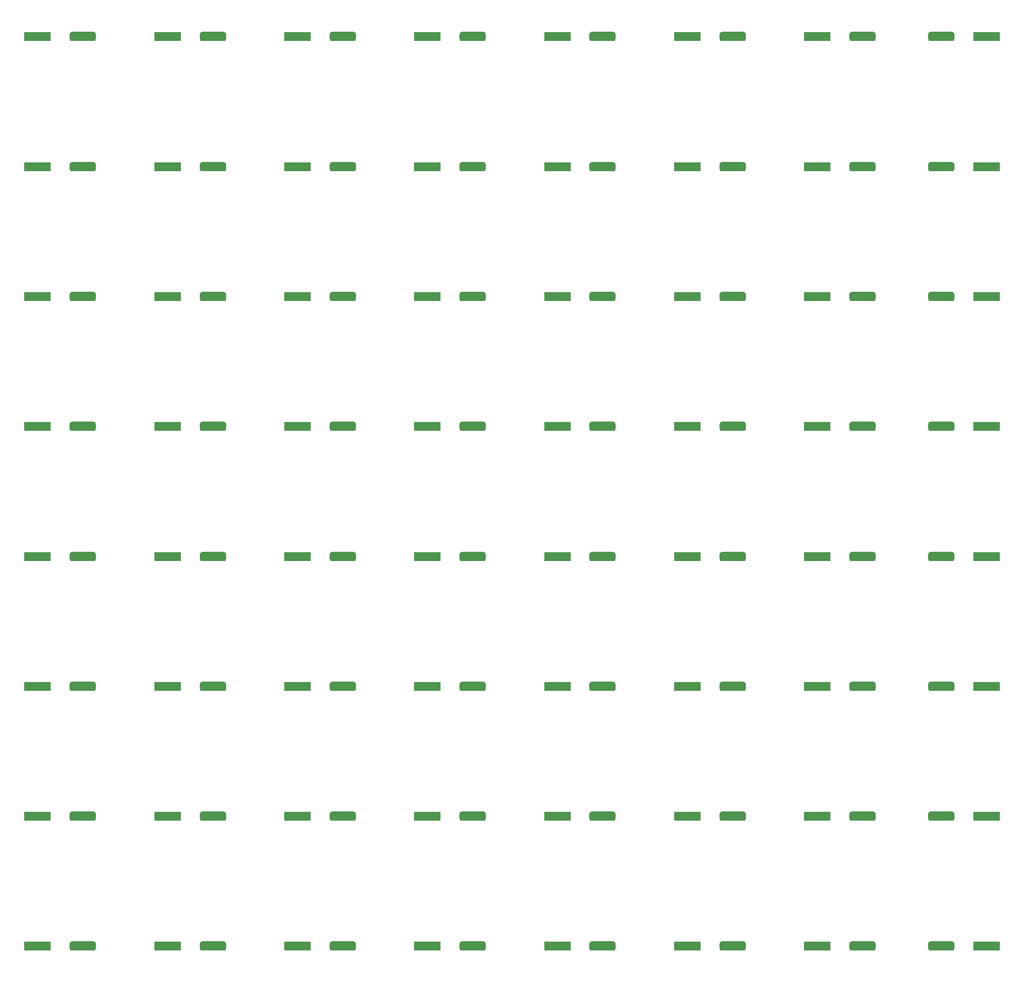
<source format=gtp>
%FSAX24Y24*%
%MOIN*%
G70*
G01*
G75*
G04 Layer_Color=8421504*
%ADD10R,0.2000X0.0700*%
G04:AMPARAMS|DCode=11|XSize=200mil|YSize=70mil|CornerRadius=17.5mil|HoleSize=0mil|Usage=FLASHONLY|Rotation=0.000|XOffset=0mil|YOffset=0mil|HoleType=Round|Shape=RoundedRectangle|*
%AMROUNDEDRECTD11*
21,1,0.2000,0.0350,0,0,0.0*
21,1,0.1650,0.0700,0,0,0.0*
1,1,0.0350,0.0825,-0.0175*
1,1,0.0350,-0.0825,-0.0175*
1,1,0.0350,-0.0825,0.0175*
1,1,0.0350,0.0825,0.0175*
%
%ADD11ROUNDEDRECTD11*%
%ADD12C,0.0500*%
%ADD13C,0.0300*%
%ADD14C,0.0200*%
%ADD15C,0.0650*%
%ADD16C,0.0551*%
%ADD17C,0.0600*%
%ADD18R,0.0600X0.0600*%
%ADD19C,0.0591*%
%ADD20R,0.0591X0.0591*%
%ADD21R,0.0600X0.0600*%
%ADD22O,0.0787X0.0394*%
%ADD23O,0.0787X0.0394*%
%ADD24R,0.0591X0.0591*%
%ADD25C,0.0500*%
%ADD26O,0.0800X0.0400*%
%ADD27R,0.0800X0.0400*%
%ADD28R,0.0532X0.0532*%
%ADD29C,0.0532*%
%ADD30C,0.0400*%
%ADD31R,0.0098X0.0098*%
%ADD32C,0.0100*%
%ADD33C,0.0079*%
%ADD34C,0.0118*%
%ADD35C,0.0197*%
%ADD36C,0.0080*%
%ADD37C,0.0059*%
D10*
X026310Y035610D02*
D03*
X036153D02*
D03*
X045995D02*
D03*
X055838D02*
D03*
X065680D02*
D03*
X075523D02*
D03*
X085365D02*
D03*
X026310Y045453D02*
D03*
X036153D02*
D03*
X045995D02*
D03*
X055838D02*
D03*
X065680D02*
D03*
X075523D02*
D03*
X085365D02*
D03*
X098190D02*
D03*
X026310Y055295D02*
D03*
X036153D02*
D03*
X045995D02*
D03*
X055838D02*
D03*
X065680D02*
D03*
X075523D02*
D03*
X085365D02*
D03*
X098190Y055295D02*
D03*
X026310Y065138D02*
D03*
X036153D02*
D03*
X045995D02*
D03*
X055838D02*
D03*
X065680D02*
D03*
X075523D02*
D03*
X085365D02*
D03*
X098190Y065138D02*
D03*
X026310Y074980D02*
D03*
X036153D02*
D03*
X045995D02*
D03*
X055838D02*
D03*
X065680D02*
D03*
X075523D02*
D03*
X085365D02*
D03*
X098190Y074980D02*
D03*
X026310Y084823D02*
D03*
X036153D02*
D03*
X045995D02*
D03*
X055838D02*
D03*
X065680D02*
D03*
X075523D02*
D03*
X085365D02*
D03*
X098190Y084823D02*
D03*
X026310Y094665D02*
D03*
X036153D02*
D03*
X045995D02*
D03*
X055838D02*
D03*
X065680D02*
D03*
X075523D02*
D03*
X085365D02*
D03*
X098190Y094665D02*
D03*
X026310Y104508D02*
D03*
X036153D02*
D03*
X045995D02*
D03*
X055838D02*
D03*
X065680D02*
D03*
X075523D02*
D03*
X085365D02*
D03*
X098190Y104508D02*
D03*
Y035610D02*
D03*
D11*
X029740D02*
D03*
X039583D02*
D03*
X049425D02*
D03*
X059268D02*
D03*
X069110D02*
D03*
X078953D02*
D03*
X088795D02*
D03*
X029740Y045453D02*
D03*
X039583D02*
D03*
X049425D02*
D03*
X059268D02*
D03*
X069110D02*
D03*
X078953D02*
D03*
X088795D02*
D03*
X094760D02*
D03*
X029740Y055295D02*
D03*
X039583D02*
D03*
X049425D02*
D03*
X059268D02*
D03*
X069110D02*
D03*
X078953D02*
D03*
X088795D02*
D03*
X094760Y055295D02*
D03*
X029740Y065138D02*
D03*
X039583D02*
D03*
X049425D02*
D03*
X059268D02*
D03*
X069110D02*
D03*
X078953D02*
D03*
X088795D02*
D03*
X094760Y065138D02*
D03*
X029740Y074980D02*
D03*
X039583D02*
D03*
X049425D02*
D03*
X059268D02*
D03*
X069110D02*
D03*
X078953D02*
D03*
X088795D02*
D03*
X094760Y074980D02*
D03*
X029740Y084823D02*
D03*
X039583D02*
D03*
X049425D02*
D03*
X059268D02*
D03*
X069110D02*
D03*
X078953D02*
D03*
X088795D02*
D03*
X094760Y084823D02*
D03*
X029740Y094665D02*
D03*
X039583D02*
D03*
X049425D02*
D03*
X059268D02*
D03*
X069110D02*
D03*
X078953D02*
D03*
X088795D02*
D03*
X094760Y094665D02*
D03*
X029740Y104508D02*
D03*
X039583D02*
D03*
X049425D02*
D03*
X059268D02*
D03*
X069110D02*
D03*
X078953D02*
D03*
X088795D02*
D03*
X094760Y104508D02*
D03*
Y035610D02*
D03*
M02*

</source>
